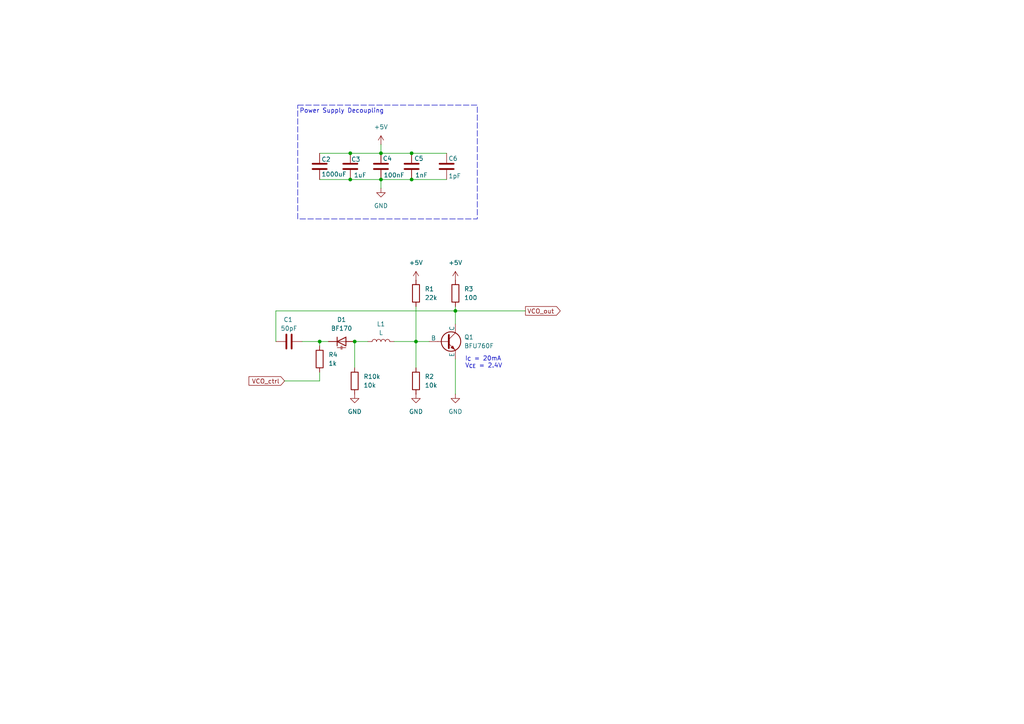
<source format=kicad_sch>
(kicad_sch (version 20231120) (generator "eeschema") (generator_version "8.0")
  (paper "A4")
  (lib_symbols
    (symbol "Device:C" (pin_numbers hide) (pin_names (offset 0.254))
      (property "Reference" "C" (at 0.635 2.54 0))
      (property "Value" "C" (at 0.635 -2.54 0))
      (symbol "C_0_1"
        (polyline (pts (xy -2.032 -0.762) (xy 2.032 -0.762)) (stroke (width 0.508)))
        (polyline (pts (xy -2.032 0.762) (xy 2.032 0.762)) (stroke (width 0.508)))
      )
      (symbol "C_1_1"
        (pin passive line (at 0 3.81 270) (length 2.794) (name "~") (number "1"))
        (pin passive line (at 0 -3.81 90) (length 2.794) (name "~") (number "2"))
      )
    )
    (symbol "Device:D_Capacitance" (pin_numbers hide) (pin_names (offset 1.016) hide)
      (property "Reference" "D" (at 0 2.54 0))
      (property "Value" "D_Capacitance" (at 0 -3.302 0))
      (symbol "D_Capacitance_0_1"
        (polyline (pts (xy -1.27 -1.778) (xy -0.1524 -1.778)))
        (polyline (pts (xy -1.27 0) (xy 1.27 0)))
        (polyline (pts (xy -1.27 1.27) (xy -1.27 -1.27)) (stroke (width 0.254)))
        (polyline (pts (xy -0.1524 -1.27) (xy -0.1524 -2.286)))
        (polyline (pts (xy 0.1524 -1.778) (xy 1.27 -1.778)))
        (polyline (pts (xy 0.1524 -1.27) (xy 0.1524 -2.286)))
        (polyline (pts (xy 1.27 1.27) (xy 1.27 -1.27) (xy -1.27 0) (xy 1.27 1.27)) (stroke (width 0.254)))
      )
      (symbol "D_Capacitance_1_1"
        (pin passive line (at -3.81 0 0) (length 2.54) (name "K") (number "1"))
        (pin passive line (at 3.81 0 180) (length 2.54) (name "A") (number "2"))
      )
    )
    (symbol "Device:L" (pin_numbers hide) (pin_names (offset 1.016) hide)
      (property "Reference" "L" (at -1.27 0 90))
      (property "Value" "L" (at 1.905 0 90))
      (symbol "L_0_1"
        (arc (start 0 -2.54) (mid 0.6323 -1.905) (end 0 -1.27))
        (arc (start 0 -1.27) (mid 0.6323 -0.635) (end 0 0))
        (arc (start 0 0) (mid 0.6323 0.635) (end 0 1.27))
        (arc (start 0 1.27) (mid 0.6323 1.905) (end 0 2.54))
      )
      (symbol "L_1_1"
        (pin passive line (at 0 3.81 270) (length 1.27) (name "1") (number "1"))
        (pin passive line (at 0 -3.81 90) (length 1.27) (name "2") (number "2"))
      )
    )
    (symbol "Device:R" (pin_numbers hide) (pin_names (offset 0))
      (property "Reference" "R" (at 2.032 0 90))
      (property "Value" "R" (at 0 0 90))
      (symbol "R_0_1"
        (rectangle (start -1.016 -2.54) (end 1.016 2.54) (stroke (width 0.254)))
      )
      (symbol "R_1_1"
        (pin passive line (at 0 3.81 270) (length 1.27) (name "~") (number "1"))
        (pin passive line (at 0 -3.81 90) (length 1.27) (name "~") (number "2"))
      )
    )
    (symbol "Simulation_SPICE:NPN" (pin_numbers hide) (pin_names (offset 0))
      (property "Reference" "Q" (at -2.54 7.62 0))
      (property "Value" "NPN" (at -2.54 5.08 0))
      (symbol "NPN_0_1"
        (polyline (pts (xy -2.54 0) (xy 0.635 0)) (stroke (width 0.1524)))
        (polyline (pts (xy 0.635 0.635) (xy 2.54 2.54)))
        (polyline (pts (xy 2.794 -1.27) (xy 2.794 -1.27)) (stroke (width 0.1524)))
        (polyline (pts (xy 2.794 -1.27) (xy 2.794 -1.27)) (stroke (width 0.1524)))
        (polyline (pts (xy 0.635 -0.635) (xy 2.54 -2.54) (xy 2.54 -2.54)))
        (polyline (pts (xy 0.635 1.905) (xy 0.635 -1.905) (xy 0.635 -1.905)) (stroke (width 0.508)))
        (polyline (pts (xy 1.27 -1.778) (xy 1.778 -1.27) (xy 2.286 -2.286) (xy 1.27 -1.778) (xy 1.27 -1.778)) (fill (type outline)))
        (circle (center 1.27 0) (radius 2.8194) (stroke (width 0.254)))
      )
      (symbol "NPN_1_1"
        (pin open_collector line (at 2.54 5.08 270) (length 2.54) (name "C") (number "1"))
        (pin input line (at -5.08 0 0) (length 2.54) (name "B") (number "2"))
        (pin open_emitter line (at 2.54 -5.08 90) (length 2.54) (name "E") (number "3"))
      )
    )
    (symbol "power:+5V" (power) (pin_numbers hide) (pin_names (offset 0) hide)
      (property "Value" "+5V" (at 0 3.556 0))
      (symbol "+5V_0_1"
        (polyline (pts (xy -0.762 1.27) (xy 0 2.54)))
        (polyline (pts (xy 0 0) (xy 0 2.54)))
        (polyline (pts (xy 0 2.54) (xy 0.762 1.27)))
      )
      (symbol "+5V_1_1"
        (pin power_in line (at 0 0 90) (length 0) (name "~") (number "1"))
      )
    )
    (symbol "power:GND" (power) (pin_numbers hide) (pin_names (offset 0) hide)
      (property "Value" "GND" (at 0 -3.81 0))
      (symbol "GND_0_1"
        (polyline (pts (xy 0 0) (xy 0 -1.27) (xy 1.27 -1.27) (xy 0 -2.54) (xy -1.27 -1.27) (xy 0 -1.27)))
      )
      (symbol "GND_1_1"
        (pin power_in line (at 0 0 270) (length 0) (name "~") (number "1"))
      )
    )
  )
  (junction (at 101.6 52.07))
  (junction (at 92.71 99.06))
  (junction (at 110.49 52.07))
  (junction (at 120.65 99.06))
  (junction (at 119.38 44.45))
  (junction (at 119.38 52.07))
  (junction (at 110.49 44.45))
  (junction (at 102.87 99.06))
  (junction (at 101.6 44.45))
  (junction (at 132.08 90.17))
  (wire (pts (xy 110.49 44.45) (xy 119.38 44.45)))
  (wire (pts (xy 120.65 99.06) (xy 124.46 99.06)))
  (wire (pts (xy 120.65 106.68) (xy 120.65 99.06)))
  (wire (pts (xy 92.71 52.07) (xy 101.6 52.07)))
  (wire (pts (xy 119.38 44.45) (xy 129.54 44.45)))
  (wire (pts (xy 132.08 114.3) (xy 132.08 104.14)))
  (wire (pts (xy 132.08 88.9) (xy 132.08 90.17)))
  (wire (pts (xy 102.87 99.06) (xy 106.68 99.06)))
  (wire (pts (xy 92.71 110.49) (xy 92.71 107.95)))
  (wire (pts (xy 120.65 88.9) (xy 120.65 99.06)))
  (wire (pts (xy 110.49 54.61) (xy 110.49 52.07)))
  (wire (pts (xy 92.71 44.45) (xy 101.6 44.45)))
  (wire (pts (xy 101.6 52.07) (xy 110.49 52.07)))
  (wire (pts (xy 102.87 106.68) (xy 102.87 99.06)))
  (wire (pts (xy 119.38 52.07) (xy 129.54 52.07)))
  (wire (pts (xy 80.01 99.06) (xy 80.01 90.17)))
  (wire (pts (xy 114.3 99.06) (xy 120.65 99.06)))
  (wire (pts (xy 92.71 99.06) (xy 95.25 99.06)))
  (wire (pts (xy 101.6 44.45) (xy 110.49 44.45)))
  (wire (pts (xy 110.49 52.07) (xy 119.38 52.07)))
  (wire (pts (xy 132.08 90.17) (xy 132.08 93.98)))
  (wire (pts (xy 80.01 90.17) (xy 132.08 90.17)))
  (wire (pts (xy 82.55 110.49) (xy 92.71 110.49)))
  (wire (pts (xy 87.63 99.06) (xy 92.71 99.06)))
  (wire (pts (xy 110.49 41.91) (xy 110.49 44.45)))
  (wire (pts (xy 92.71 99.06) (xy 92.71 100.33)))
  (wire (pts (xy 152.4 90.17) (xy 132.08 90.17)))
  (rectangle (start 86.36 30.48) (end 138.43 63.5) (stroke (width 0) (type dash)))
  (text "Power Supply Decoupling" (exclude_from_sim yes) (at 86.868 32.258 0) (effects (font (size 1.27 1.27)) (justify left)))
  (text "I_{C} = 20mA\nV_{CE} = 2.4V\n" (exclude_from_sim yes) (at 134.874 105.156 0) (effects (font (size 1.27 1.27)) (justify left)))
  (global_label "VCO_out" (shape output) (at 152.4 90.17 0) (property "Intersheetrefs" "${INTERSHEET_REFS}" (effects (hide yes))))
  (global_label "VCO_ctrl" (shape input) (at 82.55 110.49 180) (property "Intersheetrefs" "${INTERSHEET_REFS}" (effects (hide yes))))
  (symbol (lib_id "Device:C") (at 101.6 48.26 0) (unit 1)
    (property "Reference" "C3" (at 101.854 46.228 0) (effects (justify left)))
    (property "Value" "1uF" (at 102.616 50.8 0) (effects (justify left)))
    (property "Description" "Unpolarized capacitor" (effects (hide yes)))
  )
  (symbol (lib_id "Device:R") (at 102.87 110.49 0) (unit 1)
    (property "Reference" "R10k" (at 105.41 109.2199 0) (effects (justify left)))
    (property "Value" "10k" (at 105.41 111.7599 0) (effects (justify left)))
    (property "Description" "Resistor" (effects (hide yes)))
  )
  (symbol (lib_id "Device:R") (at 120.65 85.09 0) (unit 1)
    (property "Reference" "R1" (at 123.19 83.8199 0) (effects (justify left)))
    (property "Value" "22k" (at 123.19 86.3599 0) (effects (justify left)))
    (property "Description" "Resistor" (effects (hide yes)))
  )
  (symbol (lib_id "Device:R") (at 92.71 104.14 180) (unit 1)
    (property "Reference" "R4" (at 95.25 102.8699 0) (effects (justify right)))
    (property "Value" "1k" (at 95.25 105.4099 0) (effects (justify right)))
    (property "Description" "Resistor" (effects (hide yes)))
  )
  (symbol (lib_id "power:GND") (at 110.49 54.61 0) (unit 1)
    (property "Reference" "#PWR07" (effects (hide yes)))
    (property "Value" "GND" (at 110.49 59.69 0))
    (property "Description" "Power symbol creates a global label with name \"GND\" , ground" (effects (hide yes)))
  )
  (symbol (lib_id "power:GND") (at 132.08 114.3 0) (unit 1)
    (property "Reference" "#PWR03" (effects (hide yes)))
    (property "Value" "GND" (at 132.08 119.38 0))
    (property "Description" "Power symbol creates a global label with name \"GND\" , ground" (effects (hide yes)))
  )
  (symbol (lib_id "Device:R") (at 120.65 110.49 0) (unit 1)
    (property "Reference" "R2" (at 123.19 109.2199 0) (effects (justify left)))
    (property "Value" "10k" (at 123.19 111.7599 0) (effects (justify left)))
    (property "Description" "Resistor" (effects (hide yes)))
  )
  (symbol (lib_id "Device:C") (at 92.71 48.26 0) (unit 1)
    (property "Reference" "C2" (at 93.218 46.228 0) (effects (justify left)))
    (property "Value" "1000uF" (at 93.218 50.546 0) (effects (justify left)))
    (property "Description" "Unpolarized capacitor" (effects (hide yes)))
  )
  (symbol (lib_id "Device:C") (at 119.38 48.26 0) (unit 1)
    (property "Reference" "C5" (at 120.142 45.974 0) (effects (justify left)))
    (property "Value" "1nF" (at 120.396 50.8 0) (effects (justify left)))
    (property "Description" "Unpolarized capacitor" (effects (hide yes)))
  )
  (symbol (lib_id "Device:C") (at 83.82 99.06 90) (unit 1)
    (property "Reference" "C1" (at 83.566 92.71 90))
    (property "Value" "50pF" (at 83.82 95.25 90))
    (property "Description" "Unpolarized capacitor" (effects (hide yes)))
  )
  (symbol (lib_id "Device:R") (at 132.08 85.09 0) (unit 1)
    (property "Reference" "R3" (at 134.62 83.8199 0) (effects (justify left)))
    (property "Value" "100" (at 134.62 86.3599 0) (effects (justify left)))
    (property "Description" "Resistor" (effects (hide yes)))
  )
  (symbol (lib_id "power:+5V") (at 120.65 81.28 0) (unit 1)
    (property "Reference" "#PWR02" (effects (hide yes)))
    (property "Value" "+5V" (at 120.65 76.2 0))
    (property "Description" "Power symbol creates a global label with name \"+5V\"" (effects (hide yes)))
  )
  (symbol (lib_id "power:+5V") (at 132.08 81.28 0) (unit 1)
    (property "Reference" "#PWR01" (effects (hide yes)))
    (property "Value" "+5V" (at 132.08 76.2 0))
    (property "Description" "Power symbol creates a global label with name \"+5V\"" (effects (hide yes)))
  )
  (symbol (lib_id "Simulation_SPICE:NPN") (at 129.54 99.06 0) (unit 1)
    (property "Reference" "Q1" (at 134.62 97.7899 0) (effects (justify left)))
    (property "Value" "BFU760F" (at 134.62 100.3299 0) (effects (justify left)))
  )
  (symbol (lib_id "power:GND") (at 120.65 114.3 0) (unit 1)
    (property "Reference" "#PWR04" (effects (hide yes)))
    (property "Value" "GND" (at 120.65 119.38 0))
    (property "Description" "Power symbol creates a global label with name \"GND\" , ground" (effects (hide yes)))
  )
  (symbol (lib_id "Device:C") (at 110.49 48.26 0) (unit 1)
    (property "Reference" "C4" (at 110.998 45.974 0) (effects (justify left)))
    (property "Value" "100nF" (at 111.252 50.8 0) (effects (justify left)))
    (property "Description" "Unpolarized capacitor" (effects (hide yes)))
  )
  (symbol (lib_id "Device:C") (at 129.54 48.26 0) (unit 1)
    (property "Reference" "C6" (at 130.048 45.974 0) (effects (justify left)))
    (property "Value" "1pF" (at 130.048 51.054 0) (effects (justify left)))
    (property "Description" "Unpolarized capacitor" (effects (hide yes)))
  )
  (symbol (lib_id "power:GND") (at 102.87 114.3 0) (unit 1)
    (property "Reference" "#PWR05" (effects (hide yes)))
    (property "Value" "GND" (at 102.87 119.38 0))
    (property "Description" "Power symbol creates a global label with name \"GND\" , ground" (effects (hide yes)))
  )
  (symbol (lib_id "Device:L") (at 110.49 99.06 90) (unit 1)
    (property "Reference" "L1" (at 110.49 93.98 90))
    (property "Value" "L" (at 110.49 96.52 90))
    (property "Description" "Inductor" (effects (hide yes)))
  )
  (symbol (lib_id "power:+5V") (at 110.49 41.91 0) (unit 1)
    (property "Reference" "#PWR06" (effects (hide yes)))
    (property "Value" "+5V" (at 110.49 36.83 0))
    (property "Description" "Power symbol creates a global label with name \"+5V\"" (effects (hide yes)))
  )
  (symbol (lib_id "Device:D_Capacitance") (at 99.06 99.06 0) (unit 1)
    (property "Reference" "D1" (at 99.06 92.71 0))
    (property "Value" "BF170" (at 99.06 95.25 0))
    (property "Description" "Variable capacitance diode" (effects (hide yes)))
  )
)
</source>
